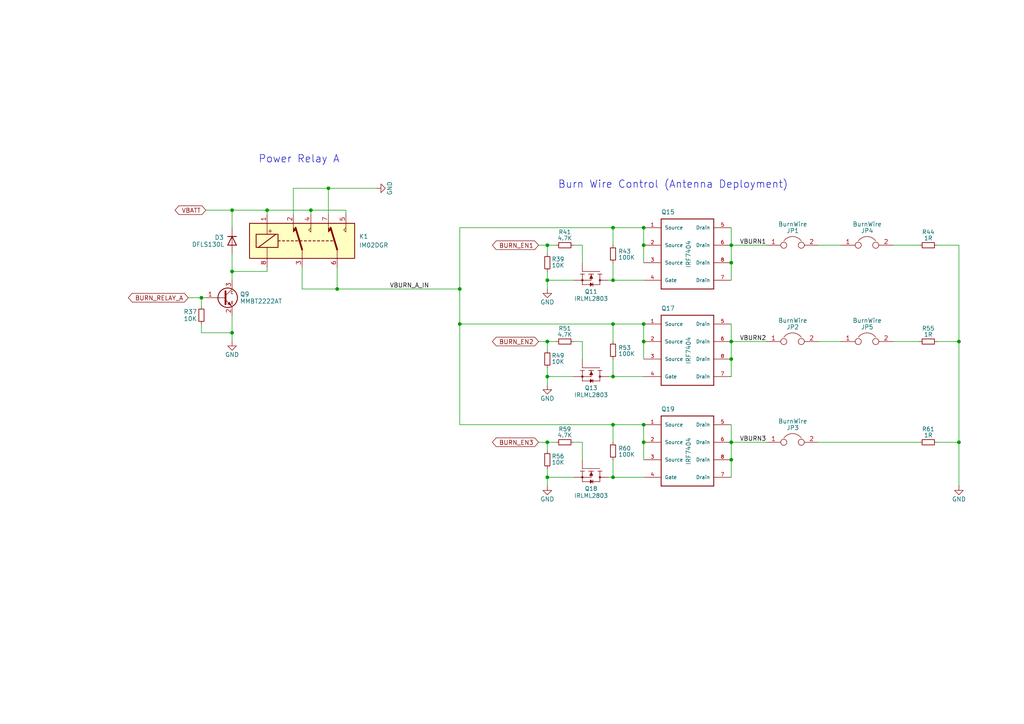
<source format=kicad_sch>
(kicad_sch (version 20231120) (generator "eeschema") (generator_version "8.0")
  (paper "A4")
  (lib_symbols
    (symbol "NDS8434_3" (pin_names (offset 1.016))
      (symbol "NDS8434_3_0_0"
        (polyline (pts (xy -7.62 -10.16) (xy -7.62 10.16)) (stroke (width 0.254)))
        (polyline (pts (xy -7.62 10.16) (xy 7.62 10.16)) (stroke (width 0.254)))
        (polyline (pts (xy 7.62 -10.16) (xy -7.62 -10.16)) (stroke (width 0.254)))
        (polyline (pts (xy 7.62 10.16) (xy 7.62 -10.16)) (stroke (width 0.254)))
        (pin bidirectional line (at -12.7 7.62 0) (length 5.08) (name "Source") (number "1"))
        (pin bidirectional line (at -12.7 2.54 0) (length 5.08) (name "Source") (number "2"))
        (pin bidirectional line (at -12.7 -2.54 0) (length 5.08) (name "Source") (number "3"))
        (pin bidirectional line (at -12.7 -7.62 0) (length 5.08) (name "Gate") (number "4"))
        (pin bidirectional line (at 12.7 7.62 180) (length 5.08) (name "Drain") (number "5"))
        (pin bidirectional line (at 12.7 2.54 180) (length 5.08) (name "Drain") (number "6"))
        (pin bidirectional line (at 12.7 -7.62 180) (length 5.08) (name "Drain") (number "7"))
        (pin bidirectional line (at 12.7 -2.54 180) (length 5.08) (name "Drain") (number "8"))
      )
    )
    (symbol "SolarPanels:D" (pin_numbers hide) (pin_names (offset 1.016) hide)
      (property "Reference" "D" (at 0 2.54 0))
      (property "Value" "D" (at 0 -2.54 0))
      (symbol "D_0_1"
        (polyline (pts (xy -1.27 1.27) (xy -1.27 -1.27)) (stroke (width 0.254)))
        (polyline (pts (xy 1.27 0) (xy -1.27 0)))
        (polyline (pts (xy 1.27 1.27) (xy 1.27 -1.27) (xy -1.27 0) (xy 1.27 1.27)) (stroke (width 0.254)))
      )
      (symbol "D_1_1"
        (pin passive line (at -3.81 0 0) (length 2.54) (name "K") (number "1"))
        (pin passive line (at 3.81 0 180) (length 2.54) (name "A") (number "2"))
      )
    )
    (symbol "SolarPanels:Device_Jumper" (pin_names (offset 0.762) hide)
      (property "Reference" "JP" (at 0 3.81 0))
      (property "Value" "Device_Jumper" (at 0 -2.032 0))
      (symbol "Device_Jumper_0_1"
        (circle (center -2.54 0) (radius 0.889))
        (arc (start 2.5146 1.27) (mid 0.0127 2.5097) (end -2.4892 1.27))
        (circle (center 2.54 0) (radius 0.889))
        (pin passive line (at -7.62 0 0) (length 4.191) (name "1") (number "1"))
        (pin passive line (at 7.62 0 180) (length 4.191) (name "2") (number "2"))
      )
    )
    (symbol "SolarPanels:IM02"
      (property "Reference" "K" (at 16.51 3.81 0))
      (property "Value" "IM02" (at 16.51 1.27 0))
      (symbol "IM02_0_0"
        (text "+" (at -9.271 2.921 0) (effects (font (size 1.27 1.27))))
      )
      (symbol "IM02_0_1"
        (rectangle (start -15.24 5.08) (end 15.24 -5.08) (stroke (width 0.254)) (fill (type background)))
        (rectangle (start -13.335 1.905) (end -6.985 -1.905) (stroke (width 0.254)))
        (polyline (pts (xy -12.7 -1.905) (xy -7.62 1.905)) (stroke (width 0.254)))
        (polyline (pts (xy -10.16 -5.08) (xy -10.16 -1.905)))
        (polyline (pts (xy -10.16 5.08) (xy -10.16 1.905)))
        (polyline (pts (xy -6.985 0) (xy -6.35 0)) (stroke (width 0.254)))
        (polyline (pts (xy -5.715 0) (xy -5.08 0)) (stroke (width 0.254)))
        (polyline (pts (xy -4.445 0) (xy -3.81 0)) (stroke (width 0.254)))
        (polyline (pts (xy -3.175 0) (xy -2.54 0)) (stroke (width 0.254)))
        (polyline (pts (xy -1.905 0) (xy -1.27 0)) (stroke (width 0.254)))
        (polyline (pts (xy -0.635 0) (xy 0 0)) (stroke (width 0.254)))
        (polyline (pts (xy 0 -2.54) (xy -1.905 3.81)) (stroke (width 0.508)))
        (polyline (pts (xy 0 -2.54) (xy 0 -5.08)))
        (polyline (pts (xy 0.635 0) (xy 1.27 0)) (stroke (width 0.254)))
        (polyline (pts (xy 1.905 0) (xy 2.54 0)) (stroke (width 0.254)))
        (polyline (pts (xy 3.175 0) (xy 3.81 0)) (stroke (width 0.254)))
        (polyline (pts (xy 4.445 0) (xy 5.08 0)) (stroke (width 0.254)))
        (polyline (pts (xy 5.715 0) (xy 6.35 0)) (stroke (width 0.254)))
        (polyline (pts (xy 6.985 0) (xy 7.62 0)) (stroke (width 0.254)))
        (polyline (pts (xy 8.255 0) (xy 8.89 0)) (stroke (width 0.254)))
        (polyline (pts (xy 10.16 -2.54) (xy 8.255 3.81)) (stroke (width 0.508)))
        (polyline (pts (xy 10.16 -2.54) (xy 10.16 -5.08)))
        (polyline (pts (xy -2.54 5.08) (xy -2.54 2.54) (xy -1.905 3.175) (xy -2.54 3.81)) (fill (type outline)))
        (polyline (pts (xy 2.54 5.08) (xy 2.54 2.54) (xy 1.905 3.175) (xy 2.54 3.81)))
        (polyline (pts (xy 7.62 5.08) (xy 7.62 2.54) (xy 8.255 3.175) (xy 7.62 3.81)) (fill (type outline)))
        (polyline (pts (xy 12.7 5.08) (xy 12.7 2.54) (xy 12.065 3.175) (xy 12.7 3.81)))
      )
      (symbol "IM02_1_1"
        (pin passive line (at -10.16 7.62 270) (length 2.54) (name "~") (number "1"))
        (pin passive line (at -2.54 7.62 270) (length 2.54) (name "~") (number "2"))
        (pin passive line (at 0 -7.62 90) (length 2.54) (name "~") (number "3"))
        (pin passive line (at 2.54 7.62 270) (length 2.54) (name "~") (number "4"))
        (pin passive line (at 12.7 7.62 270) (length 2.54) (name "~") (number "5"))
        (pin passive line (at 10.16 -7.62 90) (length 2.54) (name "~") (number "6"))
        (pin passive line (at 7.62 7.62 270) (length 2.54) (name "~") (number "7"))
        (pin passive line (at -10.16 -7.62 90) (length 2.54) (name "~") (number "8"))
      )
    )
    (symbol "SolarPanels:IRLML2803TRPBF" (pin_names (offset 1.016))
      (property "Reference" "Q" (at -11.43 1.27 0))
      (property "Value" "IRLML2803TRPBF" (at -11.43 3.81 0))
      (symbol "IRLML2803TRPBF_1_0"
        (polyline (pts (xy 0 2.54) (xy 0 -2.54)))
        (polyline (pts (xy 0.762 -2.54) (xy 0.762 -3.175)))
        (polyline (pts (xy 0.762 -1.905) (xy 0.762 -2.54)))
        (polyline (pts (xy 0.762 0) (xy 0.762 -0.762)))
        (polyline (pts (xy 0.762 0) (xy 2.54 0)))
        (polyline (pts (xy 0.762 0.762) (xy 0.762 0)))
        (polyline (pts (xy 0.762 2.54) (xy 0.762 1.905)))
        (polyline (pts (xy 0.762 2.54) (xy 3.81 2.54)))
        (polyline (pts (xy 0.762 3.175) (xy 0.762 2.54)))
        (polyline (pts (xy 2.54 -2.54) (xy 0.762 -2.54)))
        (polyline (pts (xy 2.54 -2.54) (xy 3.81 -2.54)))
        (polyline (pts (xy 2.54 0) (xy 2.54 -2.54)))
        (polyline (pts (xy 3.302 0.508) (xy 3.81 0.508)))
        (polyline (pts (xy 3.81 -0.508) (xy 3.81 -2.54)))
        (polyline (pts (xy 3.81 0.508) (xy 3.81 -0.508)))
        (polyline (pts (xy 3.81 0.508) (xy 4.318 0.508)))
        (polyline (pts (xy 3.81 2.54) (xy 3.81 0.508)))
        (polyline (pts (xy 1.016 0) (xy 2.032 0.508) (xy 2.032 -0.508)) (fill (type outline)))
        (polyline (pts (xy 3.81 0.508) (xy 3.302 -0.254) (xy 4.318 -0.254)) (fill (type outline)))
        (circle (center 2.54 -2.54) (radius 0.254))
        (circle (center 2.54 2.54) (radius 0.254))
        (pin passive line (at -2.54 -2.54 0) (length 2.54) (name "G") (number "1"))
        (pin passive line (at 2.54 -5.08 90) (length 2.54) (name "S") (number "2"))
        (pin passive line (at 2.54 5.08 270) (length 2.54) (name "D") (number "3"))
      )
    )
    (symbol "SolarPanels:MMBT2222AT" (pin_names (offset 1.016) hide)
      (property "Reference" "Q" (at -8.89 3.81 0))
      (property "Value" "MMBT2222AT" (at 2.54 -1.27 0))
      (symbol "MMBT2222AT_0_1"
        (polyline (pts (xy -5.08 0) (xy -1.905 0)))
        (polyline (pts (xy -0.127 -1.397) (xy 0.254 -1.397)))
        (polyline (pts (xy -0.127 -1.016) (xy 0.254 -1.016)))
        (polyline (pts (xy -0.127 -1.016) (xy -0.127 -1.778) (xy 0.254 -1.778)))
        (polyline (pts (xy 0.254 1.905) (xy -0.127 1.905) (xy -0.254 1.651) (xy -0.254 1.397) (xy -0.127 1.143) (xy 0.254 1.143)))
      )
      (symbol "MMBT2222AT_1_1"
        (circle (center -1.27 0) (radius 2.8194) (stroke (width 0.254)))
        (polyline (pts (xy -1.905 0.635) (xy 0 2.54)))
        (polyline (pts (xy -1.905 -0.635) (xy 0 -2.54) (xy 0 -2.54)))
        (polyline (pts (xy -1.905 1.905) (xy -1.905 -1.905) (xy -1.905 -1.905)) (stroke (width 0.508)))
        (polyline (pts (xy -1.27 -1.778) (xy -0.762 -1.27) (xy -0.254 -2.286) (xy -1.27 -1.778) (xy -1.27 -1.778)) (fill (type outline)))
        (pin input line (at -7.62 0 0) (length 2.54) (name "B") (number "1"))
        (pin passive line (at 0 -5.08 90) (length 2.54) (name "E") (number "2"))
        (pin passive line (at 0 5.08 270) (length 2.54) (name "C") (number "3"))
      )
    )
    (symbol "SolarPanels:R_Small" (pin_numbers hide) (pin_names (offset 0.254) hide)
      (property "Reference" "R" (at 0.762 0.508 0))
      (property "Value" "R_Small" (at 0.762 -1.016 0))
      (symbol "R_Small_0_1"
        (rectangle (start -0.762 1.778) (end 0.762 -1.778) (stroke (width 0.2032)))
      )
      (symbol "R_Small_1_1"
        (pin passive line (at 0 2.54 270) (length 0.762) (name "~") (number "1"))
        (pin passive line (at 0 -2.54 90) (length 0.762) (name "~") (number "2"))
      )
    )
    (symbol "power:GND" (power) (pin_numbers hide) (pin_names (offset 0) hide)
      (property "Value" "GND" (at 0 -3.81 0))
      (symbol "GND_0_1"
        (polyline (pts (xy 0 0) (xy 0 -1.27) (xy 1.27 -1.27) (xy 0 -2.54) (xy -1.27 -1.27) (xy 0 -1.27)))
      )
      (symbol "GND_1_1"
        (pin power_in line (at 0 0 270) (length 0) (name "~") (number "1"))
      )
    )
  )
  (junction (at 177.8 138.43))
  (junction (at 186.69 93.98))
  (junction (at 212.09 104.14))
  (junction (at 212.09 76.2))
  (junction (at 177.8 93.98))
  (junction (at 186.69 99.06))
  (junction (at 90.17 60.96))
  (junction (at 186.69 123.19))
  (junction (at 212.09 71.12))
  (junction (at 177.8 81.28))
  (junction (at 186.69 66.04))
  (junction (at 212.09 128.27))
  (junction (at 67.31 60.96))
  (junction (at 278.13 99.06))
  (junction (at 212.09 133.35))
  (junction (at 158.75 71.12))
  (junction (at 58.42 86.36))
  (junction (at 158.75 81.28))
  (junction (at 177.8 123.19))
  (junction (at 278.13 128.27))
  (junction (at 77.47 60.96))
  (junction (at 186.69 128.27))
  (junction (at 95.25 54.61))
  (junction (at 133.35 83.82))
  (junction (at 186.69 71.12))
  (junction (at 97.79 83.82))
  (junction (at 133.35 93.98))
  (junction (at 158.75 109.22))
  (junction (at 177.8 66.04))
  (junction (at 67.31 78.74))
  (junction (at 158.75 99.06))
  (junction (at 177.8 109.22))
  (junction (at 212.09 99.06))
  (junction (at 158.75 128.27))
  (junction (at 158.75 138.43))
  (junction (at 67.31 96.52))
  (wire (pts (xy 133.35 83.82) (xy 133.35 93.98)))
  (wire (pts (xy 166.37 128.27) (xy 168.91 128.27)))
  (wire (pts (xy 133.35 93.98) (xy 177.8 93.98)))
  (wire (pts (xy 77.47 60.96) (xy 90.17 60.96)))
  (wire (pts (xy 177.8 93.98) (xy 177.8 99.06)))
  (wire (pts (xy 158.75 128.27) (xy 161.29 128.27)))
  (wire (pts (xy 176.53 81.28) (xy 177.8 81.28)))
  (wire (pts (xy 133.35 123.19) (xy 177.8 123.19)))
  (wire (pts (xy 59.69 60.96) (xy 67.31 60.96)))
  (wire (pts (xy 158.75 83.82) (xy 158.75 81.28)))
  (wire (pts (xy 158.75 99.06) (xy 158.75 101.6)))
  (wire (pts (xy 67.31 78.74) (xy 67.31 73.66)))
  (wire (pts (xy 158.75 71.12) (xy 161.29 71.12)))
  (wire (pts (xy 259.08 99.06) (xy 266.7 99.06)))
  (wire (pts (xy 177.8 93.98) (xy 186.69 93.98)))
  (wire (pts (xy 177.8 104.14) (xy 177.8 109.22)))
  (wire (pts (xy 67.31 99.06) (xy 67.31 96.52)))
  (wire (pts (xy 166.37 99.06) (xy 168.91 99.06)))
  (wire (pts (xy 67.31 96.52) (xy 67.31 91.44)))
  (wire (pts (xy 177.8 109.22) (xy 186.69 109.22)))
  (wire (pts (xy 212.09 71.12) (xy 212.09 76.2)))
  (wire (pts (xy 176.53 109.22) (xy 177.8 109.22)))
  (wire (pts (xy 95.25 54.61) (xy 109.22 54.61)))
  (wire (pts (xy 133.35 66.04) (xy 177.8 66.04)))
  (wire (pts (xy 158.75 99.06) (xy 161.29 99.06)))
  (wire (pts (xy 212.09 66.04) (xy 212.09 71.12)))
  (wire (pts (xy 67.31 60.96) (xy 77.47 60.96)))
  (wire (pts (xy 212.09 71.12) (xy 222.25 71.12)))
  (wire (pts (xy 133.35 93.98) (xy 133.35 123.19)))
  (wire (pts (xy 177.8 81.28) (xy 186.69 81.28)))
  (wire (pts (xy 58.42 93.98) (xy 58.42 96.52)))
  (wire (pts (xy 158.75 71.12) (xy 158.75 73.66)))
  (wire (pts (xy 259.08 71.12) (xy 266.7 71.12)))
  (wire (pts (xy 212.09 133.35) (xy 212.09 138.43)))
  (wire (pts (xy 58.42 96.52) (xy 67.31 96.52)))
  (wire (pts (xy 278.13 71.12) (xy 278.13 99.06)))
  (wire (pts (xy 166.37 71.12) (xy 168.91 71.12)))
  (wire (pts (xy 95.25 54.61) (xy 95.25 62.23)))
  (wire (pts (xy 177.8 133.35) (xy 177.8 138.43)))
  (wire (pts (xy 158.75 135.89) (xy 158.75 138.43)))
  (wire (pts (xy 212.09 128.27) (xy 222.25 128.27)))
  (wire (pts (xy 97.79 77.47) (xy 97.79 83.82)))
  (wire (pts (xy 54.61 86.36) (xy 58.42 86.36)))
  (wire (pts (xy 158.75 106.68) (xy 158.75 109.22)))
  (wire (pts (xy 237.49 99.06) (xy 243.84 99.06)))
  (wire (pts (xy 212.09 128.27) (xy 212.09 133.35)))
  (wire (pts (xy 158.75 140.97) (xy 158.75 138.43)))
  (wire (pts (xy 158.75 81.28) (xy 166.37 81.28)))
  (wire (pts (xy 278.13 140.97) (xy 278.13 128.27)))
  (wire (pts (xy 77.47 78.74) (xy 77.47 77.47)))
  (wire (pts (xy 212.09 99.06) (xy 212.09 104.14)))
  (wire (pts (xy 158.75 128.27) (xy 158.75 130.81)))
  (wire (pts (xy 158.75 138.43) (xy 166.37 138.43)))
  (wire (pts (xy 212.09 104.14) (xy 212.09 109.22)))
  (wire (pts (xy 156.21 71.12) (xy 158.75 71.12)))
  (wire (pts (xy 212.09 99.06) (xy 222.25 99.06)))
  (wire (pts (xy 168.91 104.14) (xy 168.91 99.06)))
  (wire (pts (xy 58.42 86.36) (xy 59.69 86.36)))
  (wire (pts (xy 168.91 133.35) (xy 168.91 128.27)))
  (wire (pts (xy 168.91 76.2) (xy 168.91 71.12)))
  (wire (pts (xy 186.69 76.2) (xy 186.69 71.12)))
  (wire (pts (xy 177.8 76.2) (xy 177.8 81.28)))
  (wire (pts (xy 133.35 83.82) (xy 133.35 66.04)))
  (wire (pts (xy 85.09 54.61) (xy 85.09 62.23)))
  (wire (pts (xy 212.09 123.19) (xy 212.09 128.27)))
  (wire (pts (xy 278.13 71.12) (xy 271.78 71.12)))
  (wire (pts (xy 186.69 128.27) (xy 186.69 123.19)))
  (wire (pts (xy 77.47 60.96) (xy 77.47 62.23)))
  (wire (pts (xy 156.21 99.06) (xy 158.75 99.06)))
  (wire (pts (xy 237.49 71.12) (xy 243.84 71.12)))
  (wire (pts (xy 186.69 71.12) (xy 186.69 66.04)))
  (wire (pts (xy 177.8 123.19) (xy 177.8 128.27)))
  (wire (pts (xy 186.69 104.14) (xy 186.69 99.06)))
  (wire (pts (xy 158.75 111.76) (xy 158.75 109.22)))
  (wire (pts (xy 176.53 138.43) (xy 177.8 138.43)))
  (wire (pts (xy 67.31 60.96) (xy 67.31 66.04)))
  (wire (pts (xy 237.49 128.27) (xy 266.7 128.27)))
  (wire (pts (xy 58.42 86.36) (xy 58.42 88.9)))
  (wire (pts (xy 156.21 128.27) (xy 158.75 128.27)))
  (wire (pts (xy 85.09 54.61) (xy 95.25 54.61)))
  (wire (pts (xy 186.69 133.35) (xy 186.69 128.27)))
  (wire (pts (xy 186.69 99.06) (xy 186.69 93.98)))
  (wire (pts (xy 67.31 78.74) (xy 77.47 78.74)))
  (wire (pts (xy 87.63 83.82) (xy 87.63 77.47)))
  (wire (pts (xy 158.75 78.74) (xy 158.75 81.28)))
  (wire (pts (xy 158.75 109.22) (xy 166.37 109.22)))
  (wire (pts (xy 177.8 66.04) (xy 177.8 71.12)))
  (wire (pts (xy 271.78 128.27) (xy 278.13 128.27)))
  (wire (pts (xy 212.09 93.98) (xy 212.09 99.06)))
  (wire (pts (xy 177.8 138.43) (xy 186.69 138.43)))
  (wire (pts (xy 90.17 60.96) (xy 100.33 60.96)))
  (wire (pts (xy 177.8 123.19) (xy 186.69 123.19)))
  (wire (pts (xy 90.17 60.96) (xy 90.17 62.23)))
  (wire (pts (xy 100.33 60.96) (xy 100.33 62.23)))
  (wire (pts (xy 87.63 83.82) (xy 97.79 83.82)))
  (wire (pts (xy 177.8 66.04) (xy 186.69 66.04)))
  (wire (pts (xy 212.09 76.2) (xy 212.09 81.28)))
  (wire (pts (xy 271.78 99.06) (xy 278.13 99.06)))
  (wire (pts (xy 67.31 81.28) (xy 67.31 78.74)))
  (wire (pts (xy 278.13 99.06) (xy 278.13 128.27)))
  (wire (pts (xy 97.79 83.82) (xy 133.35 83.82)))
  (text "Burn Wire Control (Antenna Deployment)" (at 161.798 54.864 0) (effects (font (size 2.159 2.159)) (justify left bottom)))
  (text "Power Relay A" (at 74.93 47.498 0) (effects (font (size 2.159 2.159)) (justify left bottom)))
  (label "VBURN3" (at 222.25 128.27 180))
  (label "VBURN_A_IN" (at 113.03 83.82 0))
  (label "VBURN2" (at 222.25 99.06 180))
  (label "VBURN1" (at 222.25 71.12 180))
  (global_label "BURN_EN1" (shape bidirectional) (at 156.21 71.12 180) (property "Intersheetrefs" "${INTERSHEET_REFS}" (effects (hide yes))))
  (global_label "VBATT" (shape bidirectional) (at 59.69 60.96 180) (property "Intersheetrefs" "${INTERSHEET_REFS}" (effects (hide yes))))
  (global_label "BURN_RELAY_A" (shape bidirectional) (at 54.61 86.36 180) (property "Intersheetrefs" "${INTERSHEET_REFS}" (effects (hide yes))))
  (global_label "BURN_EN3" (shape bidirectional) (at 156.21 128.27 180) (property "Intersheetrefs" "${INTERSHEET_REFS}" (effects (hide yes))))
  (global_label "BURN_EN2" (shape bidirectional) (at 156.21 99.06 180) (property "Intersheetrefs" "${INTERSHEET_REFS}" (effects (hide yes))))
  (symbol (lib_id "SolarPanels:IRLML2803TRPBF") (at 171.45 135.89 270) (unit 1)
    (property "Reference" "Q18" (at 171.45 141.732 90) (effects (font (size 1.2 1.2))))
    (property "Value" "IRLML2803" (at 171.45 143.764 90) (effects (font (size 1.2 1.2))))
    (property "Footprint" "Package_TO_SOT_SMD:SOT-23" (effects (hide yes)))
    (property "Proto" "2302" (effects (hide yes)))
    (property "Flight" "IRLML2803" (effects (hide yes)))
  )
  (symbol (lib_id "power:GND") (at 158.75 111.76 0) (unit 1)
    (property "Reference" "#PWR031" (effects (hide yes)))
    (property "Value" "GND" (at 158.75 115.57 0))
  )
  (symbol (lib_id "SolarPanels:R_Small") (at 158.75 133.35 0) (unit 1)
    (property "Reference" "R56" (at 163.703 132.334 0) (effects (font (size 1.2 1.2)) (justify right)))
    (property "Value" "10K" (at 163.703 134.112 0) (effects (font (size 1.2 1.2)) (justify right)))
    (property "Footprint" "Resistor_SMD:R_0603_1608Metric" (effects (hide yes)))
    (property "Description" "Resistor, small symbol" (effects (hide yes)))
  )
  (symbol (lib_id "SolarPanels:R_Small") (at 163.83 71.12 270) (unit 1)
    (property "Reference" "R41" (at 163.83 67.31 90) (effects (font (size 1.2 1.2))))
    (property "Value" "4.7K" (at 163.83 69.088 90) (effects (font (size 1.2 1.2))))
    (property "Footprint" "Resistor_SMD:R_0603_1608Metric" (effects (hide yes)))
    (property "Description" "Resistor, small symbol" (effects (hide yes)))
  )
  (symbol (lib_id "SolarPanels:R_Small") (at 177.8 101.6 180) (unit 1)
    (property "Reference" "R53" (at 179.324 100.838 0) (effects (font (size 1.2 1.2)) (justify right)))
    (property "Value" "100K" (at 179.324 102.616 0) (effects (font (size 1.2 1.2)) (justify right)))
    (property "Footprint" "Resistor_SMD:R_0603_1608Metric" (effects (hide yes)))
    (property "Description" "Resistor, small symbol" (effects (hide yes)))
  )
  (symbol (lib_id "SolarPanels:Device_Jumper") (at 251.46 71.12 0) (unit 1)
    (property "Reference" "JP4" (at 249.682 66.929 0) (effects (justify left)))
    (property "Value" "BurnWire" (at 247.269 65.024 0) (effects (justify left)))
    (property "Footprint" "SolarPanels:Burn-Wire" (effects (hide yes)))
  )
  (symbol (lib_id "SolarPanels:R_Small") (at 163.83 128.27 270) (unit 1)
    (property "Reference" "R59" (at 163.83 124.46 90) (effects (font (size 1.2 1.2))))
    (property "Value" "4.7K" (at 163.83 126.238 90) (effects (font (size 1.2 1.2))))
    (property "Footprint" "Resistor_SMD:R_0603_1608Metric" (effects (hide yes)))
    (property "Description" "Resistor, small symbol" (effects (hide yes)))
  )
  (symbol (lib_id "power:GND") (at 278.13 140.97 0) (unit 1)
    (property "Reference" "#PWR032" (effects (hide yes)))
    (property "Value" "GND" (at 278.13 144.78 0))
    (property "Description" "Power symbol creates a global label with name \"GND\" , ground" (effects (hide yes)))
  )
  (symbol (lib_id "power:GND") (at 109.22 54.61 90) (unit 1)
    (property "Reference" "#PWR028" (effects (hide yes)))
    (property "Value" "GND" (at 113.03 54.61 0))
    (property "Description" "Power symbol creates a global label with name \"GND\" , ground" (effects (hide yes)))
  )
  (symbol (lib_id "SolarPanels:Device_Jumper") (at 229.87 99.06 0) (unit 1)
    (property "Reference" "JP2" (at 228.092 94.869 0) (effects (justify left)))
    (property "Value" "BurnWire" (at 225.679 92.964 0) (effects (justify left)))
    (property "Footprint" "SolarPanels:Burn-Wire" (effects (hide yes)))
  )
  (symbol (lib_id "SolarPanels:Device_Jumper") (at 251.46 99.06 0) (unit 1)
    (property "Reference" "JP5" (at 249.682 94.869 0) (effects (justify left)))
    (property "Value" "BurnWire" (at 247.269 92.964 0) (effects (justify left)))
    (property "Footprint" "SolarPanels:Burn-Wire" (effects (hide yes)))
  )
  (symbol (lib_id "SolarPanels:R_Small") (at 269.24 71.12 270) (unit 1)
    (property "Reference" "R44" (at 269.24 67.31 90) (effects (font (size 1.2 1.2))))
    (property "Value" "1R" (at 269.24 69.088 90) (effects (font (size 1.2 1.2))))
    (property "Footprint" "Resistor_SMD:R_1206_3216Metric" (effects (hide yes)))
    (property "Description" "Resistor, small symbol" (effects (hide yes)))
  )
  (symbol (lib_id "power:GND") (at 158.75 140.97 0) (unit 1)
    (property "Reference" "#PWR030" (effects (hide yes)))
    (property "Value" "GND" (at 158.75 144.78 0))
  )
  (symbol (lib_id "SolarPanels:IRLML2803TRPBF") (at 171.45 78.74 270) (unit 1)
    (property "Reference" "Q11" (at 171.45 84.582 90) (effects (font (size 1.2 1.2))))
    (property "Value" "IRLML2803" (at 171.45 86.614 90) (effects (font (size 1.2 1.2))))
    (property "Footprint" "Package_TO_SOT_SMD:SOT-23" (effects (hide yes)))
    (property "Proto" "2302" (effects (hide yes)))
    (property "Flight" "IRLML2803" (effects (hide yes)))
  )
  (symbol (lib_id "power:GND") (at 67.31 99.06 0) (unit 1)
    (property "Reference" "#PWR027" (effects (hide yes)))
    (property "Value" "GND" (at 67.31 102.87 0))
    (property "Description" "Power symbol creates a global label with name \"GND\" , ground" (effects (hide yes)))
  )
  (symbol (lib_id "SolarPanels:IM02") (at 87.63 69.85 0) (unit 1)
    (property "Reference" "K1" (at 104.14 68.5799 0) (effects (justify left)))
    (property "Value" "IM02DGR" (at 104.14 71.1199 0) (effects (justify left)))
    (property "Footprint" "SolarPanels:RELAY8_SMTGUL_TEC" (effects (hide yes)))
    (property "Datasheet" "http://www.te.com/commerce/DocumentDelivery/DDEController?Action=srchrtrv&DocNm=108-98001&DocType=SS&DocLang=EN" (effects (hide yes)))
    (property "Description" "IM Relay, standard version, monostable, switching current 2/5A, power 60W/62.5VA, voltage 220VDC/250VAC" (effects (hide yes)))
  )
  (symbol (lib_id "SolarPanels:R_Small") (at 269.24 128.27 270) (unit 1)
    (property "Reference" "R61" (at 269.24 124.46 90) (effects (font (size 1.2 1.2))))
    (property "Value" "1R" (at 269.24 126.238 90) (effects (font (size 1.2 1.2))))
    (property "Footprint" "Resistor_SMD:R_1206_3216Metric" (effects (hide yes)))
    (property "Description" "Resistor, small symbol" (effects (hide yes)))
  )
  (symbol (lib_id "SolarPanels:MMBT2222AT") (at 67.31 86.36 0) (unit 1)
    (property "Reference" "Q9" (at 69.596 85.344 0) (effects (justify left)))
    (property "Value" "MMBT2222AT" (at 69.596 87.376 0) (effects (justify left)))
    (property "Footprint" "Package_TO_SOT_SMD:SOT-23" (effects (hide yes)))
    (property "Datasheet" "https://www.onsemi.com/pdf/datasheet/mmbt2222att1-d.pdf" (effects (hide yes)))
    (property "Description" "Single NPN BJT" (effects (hide yes)))
    (property "Flight" "NSVMMBT2222ATT1G" (effects (hide yes)))
    (property "Manufacturer_Name" "ON Semiconductor" (effects (hide yes)))
    (property "Manufacturer_Part_Number" "MMBT2222ALT1G" (effects (hide yes)))
    (property "Proto" "MMBT2222ALT1G" (effects (hide yes)))
  )
  (symbol (lib_id "power:GND") (at 158.75 83.82 0) (unit 1)
    (property "Reference" "#PWR029" (effects (hide yes)))
    (property "Value" "GND" (at 158.75 87.63 0))
  )
  (symbol (lib_id "SolarPanels:R_Small") (at 158.75 76.2 0) (unit 1)
    (property "Reference" "R39" (at 163.703 75.184 0) (effects (font (size 1.2 1.2)) (justify right)))
    (property "Value" "10K" (at 163.703 76.962 0) (effects (font (size 1.2 1.2)) (justify right)))
    (property "Footprint" "Resistor_SMD:R_0603_1608Metric" (effects (hide yes)))
    (property "Description" "Resistor, small symbol" (effects (hide yes)))
  )
  (symbol (lib_name "NDS8434_3") (lib_id "SolarPanels:NDS8434_3") (at 199.39 101.6 0) (unit 1)
    (property "Reference" "Q17" (at 191.77 90.17 0) (effects (justify left bottom)))
    (property "Value" "IRF7404" (at 200.406 105.664 90) (effects (justify left bottom)))
    (property "Footprint" "Package_SO:SOIC-8_3.9x4.9mm_P1.27mm" (effects (hide yes)))
    (property "Datasheet" "https://www.onsemi.com/pdf/datasheet/nds8434-d.pdf" (effects (hide yes)))
    (property "Description" "P-Channel MOSFET" (effects (hide yes)))
    (property "Flight" "NDS8434" (effects (hide yes)))
    (property "Manufacturer_Name" "ON Semiconductor" (effects (hide yes)))
    (property "Manufacturer_Part_Number" "NDS8434" (effects (hide yes)))
    (property "Proto" "DMP2022LSS-13" (effects (hide yes)))
  )
  (symbol (lib_name "NDS8434_3") (lib_id "SolarPanels:NDS8434_3") (at 199.39 73.66 0) (unit 1)
    (property "Reference" "Q15" (at 191.77 62.23 0) (effects (justify left bottom)))
    (property "Value" "IRF7404" (at 200.406 77.724 90) (effects (justify left bottom)))
    (property "Footprint" "Package_SO:SOIC-8_3.9x4.9mm_P1.27mm" (effects (hide yes)))
    (property "Datasheet" "https://www.onsemi.com/pdf/datasheet/nds8434-d.pdf" (effects (hide yes)))
    (property "Description" "P-Channel MOSFET" (effects (hide yes)))
    (property "Flight" "NDS8434" (effects (hide yes)))
    (property "Manufacturer_Name" "ON Semiconductor" (effects (hide yes)))
    (property "Manufacturer_Part_Number" "NDS8434" (effects (hide yes)))
    (property "Proto" "DMP2022LSS-13" (effects (hide yes)))
  )
  (symbol (lib_id "SolarPanels:R_Small") (at 177.8 73.66 180) (unit 1)
    (property "Reference" "R43" (at 179.324 72.898 0) (effects (font (size 1.2 1.2)) (justify right)))
    (property "Value" "100K" (at 179.324 74.676 0) (effects (font (size 1.2 1.2)) (justify right)))
    (property "Footprint" "Resistor_SMD:R_0603_1608Metric" (effects (hide yes)))
    (property "Description" "Resistor, small symbol" (effects (hide yes)))
  )
  (symbol (lib_id "SolarPanels:R_Small") (at 163.83 99.06 270) (unit 1)
    (property "Reference" "R51" (at 163.83 95.25 90) (effects (font (size 1.2 1.2))))
    (property "Value" "4.7K" (at 163.83 97.028 90) (effects (font (size 1.2 1.2))))
    (property "Footprint" "Resistor_SMD:R_0603_1608Metric" (effects (hide yes)))
    (property "Description" "Resistor, small symbol" (effects (hide yes)))
  )
  (symbol (lib_id "SolarPanels:R_Small") (at 177.8 130.81 180) (unit 1)
    (property "Reference" "R60" (at 179.324 130.048 0) (effects (font (size 1.2 1.2)) (justify right)))
    (property "Value" "100K" (at 179.324 131.826 0) (effects (font (size 1.2 1.2)) (justify right)))
    (property "Footprint" "Resistor_SMD:R_0603_1608Metric" (effects (hide yes)))
    (property "Description" "Resistor, small symbol" (effects (hide yes)))
  )
  (symbol (lib_id "SolarPanels:Device_Jumper") (at 229.87 71.12 0) (unit 1)
    (property "Reference" "JP1" (at 228.092 66.929 0) (effects (justify left)))
    (property "Value" "BurnWire" (at 225.679 65.024 0) (effects (justify left)))
    (property "Footprint" "SolarPanels:Burn-Wire" (effects (hide yes)))
  )
  (symbol (lib_id "SolarPanels:R_Small") (at 269.24 99.06 270) (unit 1)
    (property "Reference" "R55" (at 269.24 95.25 90) (effects (font (size 1.2 1.2))))
    (property "Value" "1R" (at 269.24 97.028 90) (effects (font (size 1.2 1.2))))
    (property "Footprint" "Resistor_SMD:R_1206_3216Metric" (effects (hide yes)))
    (property "Description" "Resistor, small symbol" (effects (hide yes)))
  )
  (symbol (lib_id "SolarPanels:R_Small") (at 158.75 104.14 0) (unit 1)
    (property "Reference" "R49" (at 163.703 103.124 0) (effects (font (size 1.2 1.2)) (justify right)))
    (property "Value" "10K" (at 163.703 104.902 0) (effects (font (size 1.2 1.2)) (justify right)))
    (property "Footprint" "Resistor_SMD:R_0603_1608Metric" (effects (hide yes)))
    (property "Description" "Resistor, small symbol" (effects (hide yes)))
  )
  (symbol (lib_name "NDS8434_3") (lib_id "SolarPanels:NDS8434_3") (at 199.39 130.81 0) (unit 1)
    (property "Reference" "Q19" (at 191.77 119.38 0) (effects (justify left bottom)))
    (property "Value" "IRF7404" (at 200.406 134.874 90) (effects (justify left bottom)))
    (property "Footprint" "Package_SO:SOIC-8_3.9x4.9mm_P1.27mm" (effects (hide yes)))
    (property "Datasheet" "https://www.onsemi.com/pdf/datasheet/nds8434-d.pdf" (effects (hide yes)))
    (property "Description" "P-Channel MOSFET" (effects (hide yes)))
    (property "Flight" "NDS8434" (effects (hide yes)))
    (property "Manufacturer_Name" "ON Semiconductor" (effects (hide yes)))
    (property "Manufacturer_Part_Number" "NDS8434" (effects (hide yes)))
    (property "Proto" "DMP2022LSS-13" (effects (hide yes)))
  )
  (symbol (lib_id "SolarPanels:D") (at 67.31 69.85 270) (unit 1)
    (property "Reference" "D3" (at 62.23 69.596 90) (effects (justify left bottom)))
    (property "Value" "DFLS130L" (at 55.626 71.628 90) (effects (justify left bottom)))
    (property "Footprint" "Diode_SMD:D_PowerDI-123" (effects (hide yes)))
    (property "Description" "Diode" (effects (hide yes)))
    (property "Flight" "DFLS130L-7" (effects (hide yes)))
    (property "Manufacturer_Name" "Diodes Incorporated" (effects (hide yes)))
    (property "Manufacturer_Part_Number" "DFLS130L-7" (effects (hide yes)))
    (property "Proto" "DFLS130L" (effects (hide yes)))
    (property "Sim.Device" "D" (effects (hide yes)))
    (property "Sim.Pins" "1=K 2=A" (effects (hide yes)))
  )
  (symbol (lib_id "SolarPanels:Device_Jumper") (at 229.87 128.27 0) (unit 1)
    (property "Reference" "JP3" (at 228.092 124.079 0) (effects (justify left)))
    (property "Value" "BurnWire" (at 225.679 122.174 0) (effects (justify left)))
    (property "Footprint" "SolarPanels:Burn-Wire" (effects (hide yes)))
  )
  (symbol (lib_id "SolarPanels:R_Small") (at 58.42 91.44 0) (unit 1)
    (property "Reference" "R37" (at 57.15 90.424 0) (effects (justify right)))
    (property "Value" "10K" (at 57.15 92.456 0) (effects (justify right)))
    (property "Footprint" "Resistor_SMD:R_0603_1608Metric" (effects (hide yes)))
    (property "Description" "Resistor, small symbol" (effects (hide yes)))
  )
  (symbol (lib_id "SolarPanels:IRLML2803TRPBF") (at 171.45 106.68 270) (unit 1)
    (property "Reference" "Q13" (at 171.45 112.522 90) (effects (font (size 1.2 1.2))))
    (property "Value" "IRLML2803" (at 171.45 114.554 90) (effects (font (size 1.2 1.2))))
    (property "Footprint" "Package_TO_SOT_SMD:SOT-23" (effects (hide yes)))
    (property "Proto" "2302" (effects (hide yes)))
    (property "Flight" "IRLML2803" (effects (hide yes)))
  )
)
</source>
